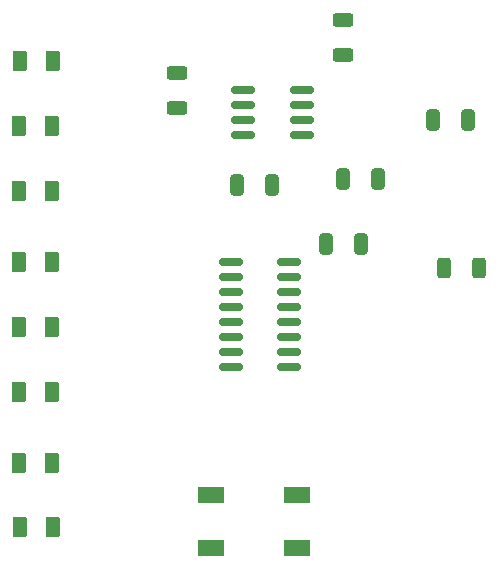
<source format=gtp>
G04 #@! TF.GenerationSoftware,KiCad,Pcbnew,8.0.4*
G04 #@! TF.CreationDate,2025-01-10T10:23:46-05:00*
G04 #@! TF.ProjectId,555 Blink-a-tron SMD,35353520-426c-4696-9e6b-2d612d74726f,rev?*
G04 #@! TF.SameCoordinates,Original*
G04 #@! TF.FileFunction,Paste,Top*
G04 #@! TF.FilePolarity,Positive*
%FSLAX46Y46*%
G04 Gerber Fmt 4.6, Leading zero omitted, Abs format (unit mm)*
G04 Created by KiCad (PCBNEW 8.0.4) date 2025-01-10 10:23:46*
%MOMM*%
%LPD*%
G01*
G04 APERTURE LIST*
G04 Aperture macros list*
%AMRoundRect*
0 Rectangle with rounded corners*
0 $1 Rounding radius*
0 $2 $3 $4 $5 $6 $7 $8 $9 X,Y pos of 4 corners*
0 Add a 4 corners polygon primitive as box body*
4,1,4,$2,$3,$4,$5,$6,$7,$8,$9,$2,$3,0*
0 Add four circle primitives for the rounded corners*
1,1,$1+$1,$2,$3*
1,1,$1+$1,$4,$5*
1,1,$1+$1,$6,$7*
1,1,$1+$1,$8,$9*
0 Add four rect primitives between the rounded corners*
20,1,$1+$1,$2,$3,$4,$5,0*
20,1,$1+$1,$4,$5,$6,$7,0*
20,1,$1+$1,$6,$7,$8,$9,0*
20,1,$1+$1,$8,$9,$2,$3,0*%
G04 Aperture macros list end*
%ADD10RoundRect,0.250000X0.375000X0.625000X-0.375000X0.625000X-0.375000X-0.625000X0.375000X-0.625000X0*%
%ADD11RoundRect,0.150000X-0.825000X-0.150000X0.825000X-0.150000X0.825000X0.150000X-0.825000X0.150000X0*%
%ADD12RoundRect,0.250000X-0.325000X-0.650000X0.325000X-0.650000X0.325000X0.650000X-0.325000X0.650000X0*%
%ADD13RoundRect,0.250000X0.312500X0.625000X-0.312500X0.625000X-0.312500X-0.625000X0.312500X-0.625000X0*%
%ADD14RoundRect,0.250000X0.625000X-0.312500X0.625000X0.312500X-0.625000X0.312500X-0.625000X-0.312500X0*%
%ADD15R,2.300000X1.400000*%
G04 APERTURE END LIST*
D10*
X107900000Y-84500000D03*
X105100000Y-84500000D03*
D11*
X123025000Y-73555000D03*
X123025000Y-74825000D03*
X123025000Y-76095000D03*
X123025000Y-77365000D03*
X123025000Y-78635000D03*
X123025000Y-79905000D03*
X123025000Y-81175000D03*
X123025000Y-82445000D03*
X127975000Y-82445000D03*
X127975000Y-81175000D03*
X127975000Y-79905000D03*
X127975000Y-78635000D03*
X127975000Y-77365000D03*
X127975000Y-76095000D03*
X127975000Y-74825000D03*
X127975000Y-73555000D03*
D12*
X123525000Y-67000000D03*
X126475000Y-67000000D03*
D10*
X107900000Y-73500000D03*
X105100000Y-73500000D03*
D11*
X124050000Y-59000000D03*
X124050000Y-60270000D03*
X124050000Y-61540000D03*
X124050000Y-62810000D03*
X129000000Y-62810000D03*
X129000000Y-61540000D03*
X129000000Y-60270000D03*
X129000000Y-59000000D03*
D13*
X144000000Y-74000000D03*
X141075000Y-74000000D03*
D10*
X107900000Y-90500000D03*
X105100000Y-90500000D03*
X107900000Y-62000000D03*
X105100000Y-62000000D03*
D14*
X132500000Y-55962500D03*
X132500000Y-53037500D03*
D10*
X107900000Y-67500000D03*
X105100000Y-67500000D03*
D15*
X128650000Y-97750000D03*
X121350000Y-97750000D03*
X128650000Y-93250000D03*
X121350000Y-93250000D03*
D12*
X131050000Y-72000000D03*
X134000000Y-72000000D03*
D10*
X108000000Y-96000000D03*
X105200000Y-96000000D03*
X107900000Y-79000000D03*
X105100000Y-79000000D03*
D14*
X118500000Y-60462500D03*
X118500000Y-57537500D03*
D12*
X140150000Y-61500000D03*
X143100000Y-61500000D03*
X132525000Y-66500000D03*
X135475000Y-66500000D03*
D10*
X108000000Y-56500000D03*
X105200000Y-56500000D03*
M02*

</source>
